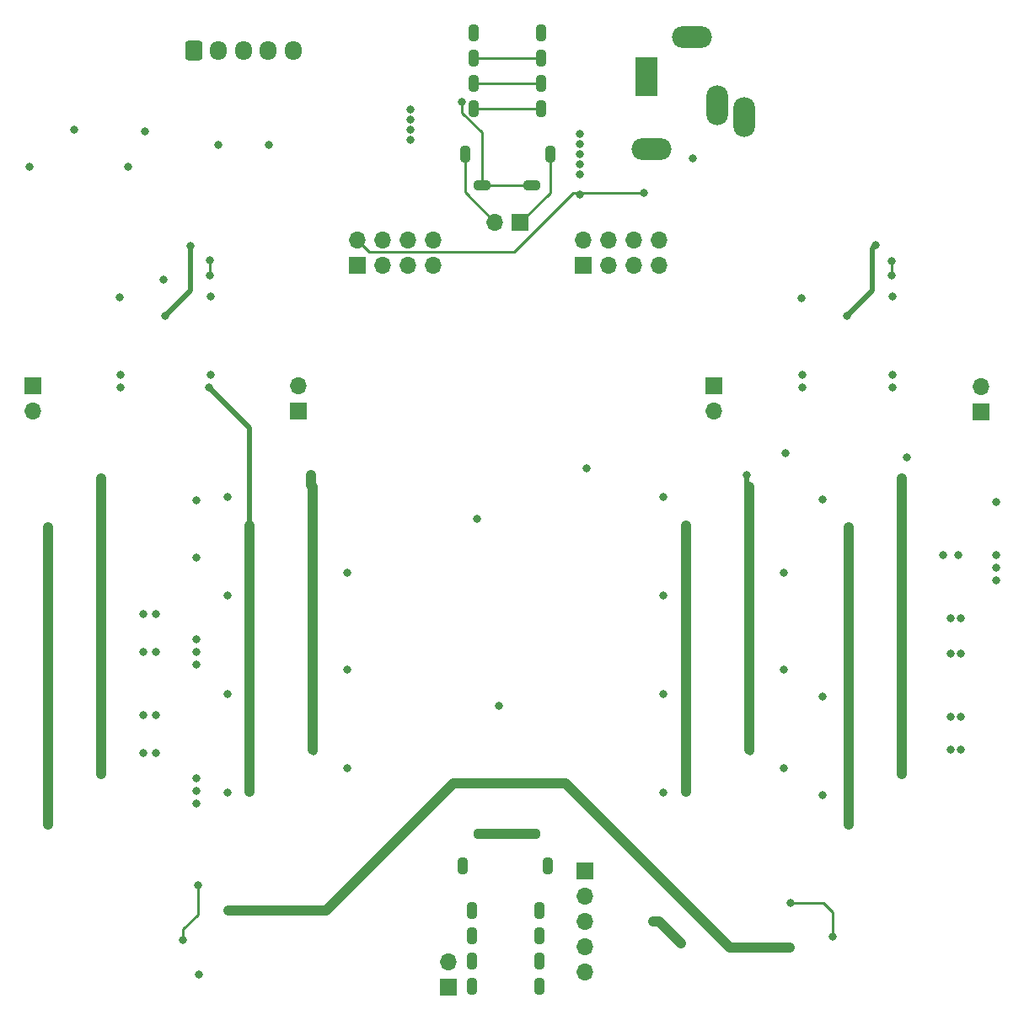
<source format=gbr>
%TF.GenerationSoftware,KiCad,Pcbnew,7.0.7*%
%TF.CreationDate,2024-01-18T16:33:32+01:00*%
%TF.ProjectId,BHOA,42484f41-2e6b-4696-9361-645f70636258,rev?*%
%TF.SameCoordinates,Original*%
%TF.FileFunction,Copper,L4,Bot*%
%TF.FilePolarity,Positive*%
%FSLAX46Y46*%
G04 Gerber Fmt 4.6, Leading zero omitted, Abs format (unit mm)*
G04 Created by KiCad (PCBNEW 7.0.7) date 2024-01-18 16:33:32*
%MOMM*%
%LPD*%
G01*
G04 APERTURE LIST*
G04 Aperture macros list*
%AMRoundRect*
0 Rectangle with rounded corners*
0 $1 Rounding radius*
0 $2 $3 $4 $5 $6 $7 $8 $9 X,Y pos of 4 corners*
0 Add a 4 corners polygon primitive as box body*
4,1,4,$2,$3,$4,$5,$6,$7,$8,$9,$2,$3,0*
0 Add four circle primitives for the rounded corners*
1,1,$1+$1,$2,$3*
1,1,$1+$1,$4,$5*
1,1,$1+$1,$6,$7*
1,1,$1+$1,$8,$9*
0 Add four rect primitives between the rounded corners*
20,1,$1+$1,$2,$3,$4,$5,0*
20,1,$1+$1,$4,$5,$6,$7,0*
20,1,$1+$1,$6,$7,$8,$9,0*
20,1,$1+$1,$8,$9,$2,$3,0*%
G04 Aperture macros list end*
%TA.AperFunction,ComponentPad*%
%ADD10R,1.700000X1.700000*%
%TD*%
%TA.AperFunction,ComponentPad*%
%ADD11O,1.700000X1.700000*%
%TD*%
%TA.AperFunction,ComponentPad*%
%ADD12O,1.100000X1.800000*%
%TD*%
%TA.AperFunction,ComponentPad*%
%ADD13O,1.800000X1.100000*%
%TD*%
%TA.AperFunction,ComponentPad*%
%ADD14RoundRect,0.250000X-0.600000X-0.725000X0.600000X-0.725000X0.600000X0.725000X-0.600000X0.725000X0*%
%TD*%
%TA.AperFunction,ComponentPad*%
%ADD15O,1.700000X1.950000*%
%TD*%
%TA.AperFunction,ComponentPad*%
%ADD16O,2.200000X4.000000*%
%TD*%
%TA.AperFunction,ComponentPad*%
%ADD17O,4.000000X2.200000*%
%TD*%
%TA.AperFunction,ComponentPad*%
%ADD18R,2.200000X4.000000*%
%TD*%
%TA.AperFunction,ViaPad*%
%ADD19C,0.800000*%
%TD*%
%TA.AperFunction,Conductor*%
%ADD20C,0.250000*%
%TD*%
%TA.AperFunction,Conductor*%
%ADD21C,1.000000*%
%TD*%
%TA.AperFunction,Conductor*%
%ADD22C,0.500000*%
%TD*%
G04 APERTURE END LIST*
D10*
%TO.P,J13,1,Pin_1*%
%TO.N,/In_out_R_+*%
X197639000Y-89247000D03*
D11*
%TO.P,J13,2,Pin_2*%
%TO.N,/Out_pre_R_+*%
X197639000Y-86707000D03*
%TD*%
%TO.P,J12,2,Pin_2*%
%TO.N,/In_out_L_-*%
X102412800Y-89199800D03*
D10*
%TO.P,J12,1,Pin_1*%
%TO.N,/Out_pre_L_-*%
X102412800Y-86659800D03*
%TD*%
D11*
%TO.P,J8,2,Pin_2*%
%TO.N,/Out_pre_L_+*%
X129096748Y-86698486D03*
D10*
%TO.P,J8,1,Pin_1*%
%TO.N,/In_out_L_+*%
X129096748Y-89238486D03*
%TD*%
%TO.P,J7,1,Pin_1*%
%TO.N,/Out_pre_R_-*%
X170839000Y-86697000D03*
D11*
%TO.P,J7,2,Pin_2*%
%TO.N,/In_out_R_-*%
X170839000Y-89237000D03*
%TD*%
D10*
%TO.P,J6,1,Pin_1*%
%TO.N,/In_pre_R_+*%
X157744000Y-74554000D03*
D11*
%TO.P,J6,2,Pin_2*%
%TO.N,/In_R_unbal_filtered*%
X157744000Y-72014000D03*
%TO.P,J6,3,Pin_3*%
%TO.N,/In_pre_R_+*%
X160284000Y-74554000D03*
%TO.P,J6,4,Pin_4*%
%TO.N,/In_R+_bal_filtered*%
X160284000Y-72014000D03*
%TO.P,J6,5,Pin_5*%
%TO.N,/In_pre_R_-*%
X162824000Y-74554000D03*
%TO.P,J6,6,Pin_6*%
%TO.N,/In_R-_bal_filtered*%
X162824000Y-72014000D03*
%TO.P,J6,7,Pin_7*%
%TO.N,GND*%
X165364000Y-74554000D03*
%TO.P,J6,8*%
%TO.N,N/C*%
X165364000Y-72014000D03*
%TD*%
D10*
%TO.P,J5,1,Pin_1*%
%TO.N,/In_pre_L_+*%
X135011000Y-74554000D03*
D11*
%TO.P,J5,2,Pin_2*%
%TO.N,/In_L_unbal_filtered*%
X135011000Y-72014000D03*
%TO.P,J5,3,Pin_3*%
%TO.N,/In_pre_L_+*%
X137551000Y-74554000D03*
%TO.P,J5,4,Pin_4*%
%TO.N,/In_L+_bal_filtered*%
X137551000Y-72014000D03*
%TO.P,J5,5,Pin_5*%
%TO.N,/In_pre_L_-*%
X140091000Y-74554000D03*
%TO.P,J5,6,Pin_6*%
%TO.N,/In_L-_bal_filtered*%
X140091000Y-72014000D03*
%TO.P,J5,7,Pin_7*%
%TO.N,GND*%
X142631000Y-74554000D03*
%TO.P,J5,8*%
%TO.N,N/C*%
X142631000Y-72014000D03*
%TD*%
D10*
%TO.P,J11,1,Pin_1*%
%TO.N,/Out_L_+*%
X157899000Y-135450000D03*
D11*
%TO.P,J11,2,Pin_2*%
%TO.N,/Out_L_-*%
X157899000Y-137990000D03*
%TO.P,J11,3,Pin_3*%
%TO.N,/Out_R_+*%
X157899000Y-140530000D03*
%TO.P,J11,4,Pin_4*%
%TO.N,/Out_R_-*%
X157899000Y-143070000D03*
%TO.P,J11,5,Pin_5*%
%TO.N,GND*%
X157899000Y-145610000D03*
%TD*%
D12*
%TO.P,J10,G*%
%TO.N,GND*%
X146500000Y-147050000D03*
X153300000Y-147050000D03*
D13*
%TO.P,J10,L+*%
%TO.N,/Out_L_+*%
X147500000Y-131700000D03*
X152500000Y-131700000D03*
D12*
%TO.P,J10,L-*%
%TO.N,/Out_L_-*%
X146500000Y-139440000D03*
X153300000Y-139440000D03*
%TO.P,J10,R+*%
%TO.N,/Out_R_+*%
X146500000Y-141980000D03*
X153300000Y-141980000D03*
%TO.P,J10,R-*%
%TO.N,/Out_R_-*%
X146500000Y-144520000D03*
X153300000Y-144520000D03*
%TO.P,J10,S1*%
%TO.N,Net-(J9-Pin_2)*%
X154180000Y-134900000D03*
%TO.P,J10,S2*%
%TO.N,Net-(J9-Pin_1)*%
X145630000Y-134900000D03*
%TD*%
D14*
%TO.P,J4,1,Pin_1*%
%TO.N,VEE*%
X118571000Y-52959000D03*
D15*
%TO.P,J4,2,Pin_2*%
X121071000Y-52959000D03*
%TO.P,J4,3,Pin_3*%
%TO.N,GND*%
X123571000Y-52959000D03*
%TO.P,J4,4,Pin_4*%
%TO.N,VCC*%
X126071000Y-52959000D03*
%TO.P,J4,5,Pin_5*%
X128571000Y-52959000D03*
%TD*%
D12*
%TO.P,J1,S2*%
%TO.N,Net-(J3-Pin_1)*%
X154370000Y-63350000D03*
%TO.P,J1,S1*%
%TO.N,Net-(J3-Pin_2)*%
X145820000Y-63350000D03*
%TO.P,J1,R-*%
%TO.N,/In_R-_bal*%
X146700000Y-53730000D03*
X153500000Y-53730000D03*
%TO.P,J1,R+*%
%TO.N,/In_R+_bal*%
X146700000Y-56270000D03*
X153500000Y-56270000D03*
%TO.P,J1,L-*%
%TO.N,/In_L-_bal*%
X146700000Y-58810000D03*
X153500000Y-58810000D03*
D13*
%TO.P,J1,L+*%
%TO.N,/In_L+_bal*%
X147500000Y-66550000D03*
X152500000Y-66550000D03*
D12*
%TO.P,J1,G*%
%TO.N,GND*%
X146700000Y-51200000D03*
X153500000Y-51200000D03*
%TD*%
D16*
%TO.P,J2,R*%
%TO.N,/In_R_unbal*%
X173842500Y-59650000D03*
%TO.P,J2,RN*%
%TO.N,unconnected-(J2-PadRN)*%
X171142500Y-58450000D03*
D17*
%TO.P,J2,S*%
%TO.N,GND*%
X168642500Y-51650000D03*
D18*
%TO.P,J2,T*%
%TO.N,/In_L_unbal*%
X164042500Y-55550000D03*
D17*
%TO.P,J2,TN*%
%TO.N,unconnected-(J2-PadTN)*%
X164542500Y-62850000D03*
%TD*%
D10*
%TO.P,J3,1,Pin_1*%
%TO.N,Net-(J3-Pin_1)*%
X151375000Y-70240000D03*
D11*
%TO.P,J3,2,Pin_2*%
%TO.N,Net-(J3-Pin_2)*%
X148835000Y-70240000D03*
%TD*%
D10*
%TO.P,J9,1,Pin_1*%
%TO.N,Net-(J9-Pin_1)*%
X144189200Y-147124000D03*
D11*
%TO.P,J9,2,Pin_2*%
%TO.N,Net-(J9-Pin_2)*%
X144189200Y-144584000D03*
%TD*%
D19*
%TO.N,/In_L_unbal_filtered*%
X157353000Y-67437000D03*
%TO.N,GND*%
X157353000Y-65405000D03*
X157353000Y-64389000D03*
X157353000Y-63373000D03*
X157353000Y-62357000D03*
X157353000Y-61341000D03*
X140335000Y-61976000D03*
X140335000Y-60960000D03*
X140335000Y-59944000D03*
X140335000Y-58928000D03*
%TO.N,/In_L_unbal_filtered*%
X163830000Y-67310000D03*
%TO.N,/r_mute*%
X122021600Y-139395200D03*
X178409600Y-143154400D03*
X155956000Y-126644400D03*
%TO.N,+5V*%
X182778400Y-142036800D03*
%TO.N,/r_mute*%
X118973600Y-136855200D03*
X117500400Y-142341600D03*
%TO.N,+5V*%
X178562000Y-138684000D03*
X119075200Y-145837500D03*
X149250400Y-118872000D03*
X106527600Y-60960000D03*
%TO.N,VCC*%
X113639600Y-61061600D03*
X126085600Y-62484000D03*
%TO.N,VEE*%
X121056400Y-62484000D03*
X120142000Y-86868000D03*
%TO.N,VCC*%
X111252000Y-86868000D03*
X178054000Y-93472000D03*
%TO.N,VEE*%
X147000000Y-100000000D03*
%TO.N,VCC*%
X158000000Y-95000000D03*
%TO.N,/Out_R_+*%
X164693600Y-140512800D03*
X167538400Y-142748000D03*
%TO.N,/In_L+_bal*%
X145542000Y-58166000D03*
%TO.N,GND*%
X112014000Y-64643000D03*
X102108000Y-64643000D03*
X168700000Y-63836000D03*
%TO.N,VCC*%
X130510364Y-103589000D03*
X130637364Y-123401000D03*
X190188000Y-93868500D03*
X189680000Y-125682300D03*
X189680000Y-95964300D03*
X109261864Y-125682300D03*
X189701500Y-115649300D03*
X174479500Y-123401000D03*
X187089200Y-72549000D03*
X189654000Y-105743300D03*
X174157800Y-95651200D03*
X115726748Y-79633486D03*
X118266748Y-72648486D03*
X109283364Y-115649300D03*
X174352500Y-113368000D03*
X109261864Y-95964300D03*
X174352500Y-103589000D03*
X184229000Y-79661000D03*
X130510364Y-113368000D03*
X179739800Y-86836200D03*
X130315664Y-95651200D03*
X109235864Y-105743300D03*
%TO.N,GND*%
X195344500Y-103652200D03*
X134029664Y-105430200D03*
X188756800Y-85566200D03*
X199154500Y-104922200D03*
X121937564Y-117622800D03*
X113545864Y-109621200D03*
X188756800Y-77692200D03*
X113545864Y-113431200D03*
X195598500Y-113558200D03*
X193820500Y-103652200D03*
X199154500Y-103652200D03*
X194582500Y-110002200D03*
X195598500Y-119908200D03*
X179739800Y-85566200D03*
X121937564Y-127528800D03*
X118814864Y-112161200D03*
X111110548Y-77791686D03*
X118814864Y-114701200D03*
X121937564Y-107716800D03*
X165779700Y-127528800D03*
X118814864Y-126131200D03*
X114815864Y-109621200D03*
X121937564Y-97810800D03*
X177871800Y-125115200D03*
X194582500Y-113558200D03*
X118814864Y-127401200D03*
X118814864Y-98191200D03*
X165779700Y-97810800D03*
X179612800Y-77819200D03*
X195598500Y-123210200D03*
X195598500Y-110002200D03*
X113545864Y-123591200D03*
X134029664Y-125115200D03*
X118814864Y-128671200D03*
X114815864Y-123591200D03*
X165779700Y-107716800D03*
X118814864Y-113431200D03*
X194582500Y-119908200D03*
X177871800Y-105430200D03*
X165779700Y-117622800D03*
X111237548Y-85538686D03*
X120254548Y-85538686D03*
X134029664Y-115209200D03*
X114815864Y-113431200D03*
X194582500Y-123210200D03*
X177871800Y-115209200D03*
X181742200Y-98123300D03*
X199154500Y-106192200D03*
X181742200Y-117935300D03*
X181742200Y-127841300D03*
X114815864Y-119781200D03*
X199154500Y-98318200D03*
X120254548Y-77664686D03*
X113545864Y-119781200D03*
X118814864Y-103906200D03*
%TO.N,VEE*%
X103927864Y-100917300D03*
X115555548Y-76013686D03*
X168002500Y-127465000D03*
X168002500Y-100731200D03*
X188756800Y-86836200D03*
X184346000Y-100917300D03*
X184346000Y-130762300D03*
X168002500Y-117559000D03*
X124160364Y-117559000D03*
X103901864Y-110823300D03*
X124160364Y-107653000D03*
X184367500Y-120729300D03*
X103949364Y-120729300D03*
X168002500Y-107653000D03*
X124160364Y-127465000D03*
X124160364Y-100731200D03*
X103927864Y-130762300D03*
X184320000Y-110823300D03*
%TO.N,Net-(U40B--)*%
X120171748Y-75531986D03*
X120171748Y-74082986D03*
%TO.N,Net-(U50B--)*%
X188674000Y-75559500D03*
X188674000Y-74110500D03*
%TD*%
D20*
%TO.N,/In_L_unbal_filtered*%
X157226000Y-67310000D02*
X156655000Y-67310000D01*
X157353000Y-67437000D02*
X157226000Y-67310000D01*
X157480000Y-67310000D02*
X157353000Y-67437000D01*
D21*
%TO.N,/r_mute*%
X131876800Y-139395200D02*
X122021600Y-139395200D01*
X155956000Y-126644400D02*
X172466000Y-143154400D01*
X144627600Y-126644400D02*
X131876800Y-139395200D01*
X155956000Y-126644400D02*
X144627600Y-126644400D01*
X172466000Y-143154400D02*
X178409600Y-143154400D01*
D20*
%TO.N,/In_L_unbal_filtered*%
X136186000Y-73189000D02*
X135011000Y-72014000D01*
X156655000Y-67310000D02*
X150776000Y-73189000D01*
X163830000Y-67310000D02*
X157480000Y-67310000D01*
X150776000Y-73189000D02*
X136186000Y-73189000D01*
%TO.N,+5V*%
X181864000Y-138684000D02*
X178562000Y-138684000D01*
X182778400Y-142036800D02*
X182778400Y-139598400D01*
X182778400Y-139598400D02*
X181864000Y-138684000D01*
%TO.N,/r_mute*%
X118973600Y-139801600D02*
X118973600Y-136855200D01*
X117500400Y-141274800D02*
X118973600Y-139801600D01*
X117500400Y-142341600D02*
X117500400Y-141274800D01*
D22*
%TO.N,VEE*%
X124160364Y-90886364D02*
X124160364Y-100731200D01*
X120142000Y-86868000D02*
X124160364Y-90886364D01*
D21*
%TO.N,VCC*%
X109261864Y-95964300D02*
X109261864Y-105870300D01*
X109261864Y-115776300D02*
X109261864Y-125682300D01*
X109261864Y-105870300D02*
X109261864Y-115776300D01*
%TO.N,/Out_R_+*%
X165303200Y-140512800D02*
X167538400Y-142748000D01*
X164693600Y-140512800D02*
X165303200Y-140512800D01*
D20*
%TO.N,/In_L+_bal*%
X145542000Y-59239437D02*
X145542000Y-58166000D01*
X147500000Y-61197437D02*
X145542000Y-59239437D01*
X147500000Y-66550000D02*
X147500000Y-61197437D01*
%TO.N,Net-(J3-Pin_2)*%
X145820000Y-67225000D02*
X145820000Y-63350000D01*
X148835000Y-70240000D02*
X145820000Y-67225000D01*
%TO.N,Net-(J3-Pin_1)*%
X154370000Y-67245000D02*
X154370000Y-63350000D01*
X151375000Y-70240000D02*
X154370000Y-67245000D01*
%TO.N,/In_L+_bal*%
X147500000Y-66550000D02*
X152500000Y-66550000D01*
%TO.N,/In_L-_bal*%
X153500000Y-58810000D02*
X146700000Y-58810000D01*
%TO.N,/In_R+_bal*%
X146700000Y-56270000D02*
X153500000Y-56270000D01*
%TO.N,/In_R-_bal*%
X146700000Y-53730000D02*
X153500000Y-53730000D01*
D21*
%TO.N,VCC*%
X189680000Y-105870300D02*
X189680000Y-115776300D01*
D22*
X174157800Y-96667200D02*
X174352500Y-96861900D01*
X187089200Y-72549000D02*
X186769000Y-72869200D01*
D21*
X189680000Y-95964300D02*
X189680000Y-105870300D01*
X174352500Y-96861900D02*
X174352500Y-103589000D01*
X174352500Y-113368000D02*
X174352500Y-123274000D01*
D22*
X174157800Y-95651200D02*
X174157800Y-96667200D01*
D21*
X130315664Y-96667200D02*
X130510364Y-96861900D01*
X189680000Y-115776300D02*
X189680000Y-125682300D01*
D22*
X130510364Y-123274000D02*
X130637364Y-123401000D01*
D21*
X130510364Y-113368000D02*
X130510364Y-123274000D01*
D22*
X115726748Y-79633486D02*
X118266748Y-77093486D01*
X174352500Y-123274000D02*
X174479500Y-123401000D01*
D21*
X130510364Y-96861900D02*
X130510364Y-103589000D01*
X130315664Y-95651200D02*
X130315664Y-96667200D01*
D22*
X186769000Y-77121000D02*
X184229000Y-79661000D01*
X118266748Y-77093486D02*
X118266748Y-72648486D01*
X186769000Y-72869200D02*
X186769000Y-77121000D01*
D21*
X130510364Y-103589000D02*
X130510364Y-113368000D01*
X174352500Y-103589000D02*
X174352500Y-113368000D01*
%TO.N,VEE*%
X103927864Y-120856300D02*
X103927864Y-130762300D01*
X124160364Y-100731200D02*
X124160364Y-107653000D01*
X124160364Y-117559000D02*
X124160364Y-127465000D01*
X168002500Y-107653000D02*
X168002500Y-117559000D01*
X184346000Y-110950300D02*
X184346000Y-120856300D01*
X124160364Y-107653000D02*
X124160364Y-117559000D01*
X103927864Y-100917300D02*
X103927864Y-110950300D01*
X103927864Y-110950300D02*
X103927864Y-120856300D01*
X168002500Y-117559000D02*
X168002500Y-127465000D01*
X168002500Y-100731200D02*
X168002500Y-107653000D01*
X184346000Y-100917300D02*
X184346000Y-110950300D01*
X184346000Y-120856300D02*
X184346000Y-130762300D01*
%TO.N,/Out_L_+*%
X147500000Y-131700000D02*
X152500000Y-131700000D01*
D20*
%TO.N,Net-(U40B--)*%
X120171748Y-74082986D02*
X120171748Y-75531986D01*
%TO.N,Net-(U50B--)*%
X188674000Y-74110500D02*
X188674000Y-75559500D01*
%TD*%
M02*

</source>
